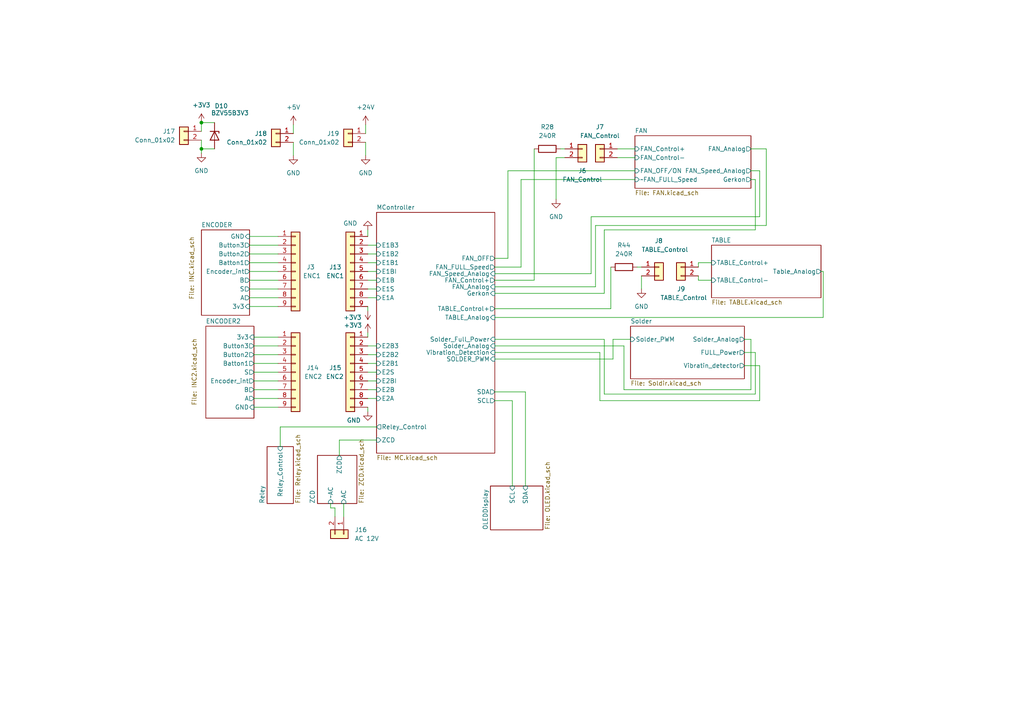
<source format=kicad_sch>
(kicad_sch (version 20231120) (generator "eeschema") (generator_version "8.0")
  (paper "A4")
  (title_block (title "Soldering Station") (date "2024-11-04") (company "BDS-SDCD"))
  (lib_symbols
    (symbol "Connector_Generic:Conn_01x02" (pin_names (offset 1.016) hide)
      (property "Reference" "J" (at 0 2.54 0))
      (property "Value" "Conn_01x02" (at 0 -5.08 0))
      (symbol "Conn_01x02_1_1"
        (rectangle (start -1.27 -2.413) (end 0 -2.667) (stroke (width 0.1524)))
        (rectangle (start -1.27 0.127) (end 0 -0.127) (stroke (width 0.1524)))
        (rectangle (start -1.27 1.27) (end 1.27 -3.81) (stroke (width 0.254)) (fill (type background)))
        (pin passive line (at -5.08 0 0) (length 3.81) (name "Pin_1") (number "1"))
        (pin passive line (at -5.08 -2.54 0) (length 3.81) (name "Pin_2") (number "2"))
      )
    )
    (symbol "Connector_Generic:Conn_01x09" (pin_names (offset 1.016) hide)
      (property "Reference" "J" (at 0 12.7 0))
      (property "Value" "Conn_01x09" (at 0 -12.7 0))
      (symbol "Conn_01x09_1_1"
        (rectangle (start -1.27 -10.033) (end 0 -10.287) (stroke (width 0.1524)))
        (rectangle (start -1.27 -7.493) (end 0 -7.747) (stroke (width 0.1524)))
        (rectangle (start -1.27 -4.953) (end 0 -5.207) (stroke (width 0.1524)))
        (rectangle (start -1.27 -2.413) (end 0 -2.667) (stroke (width 0.1524)))
        (rectangle (start -1.27 0.127) (end 0 -0.127) (stroke (width 0.1524)))
        (rectangle (start -1.27 2.667) (end 0 2.413) (stroke (width 0.1524)))
        (rectangle (start -1.27 5.207) (end 0 4.953) (stroke (width 0.1524)))
        (rectangle (start -1.27 7.747) (end 0 7.493) (stroke (width 0.1524)))
        (rectangle (start -1.27 10.287) (end 0 10.033) (stroke (width 0.1524)))
        (rectangle (start -1.27 11.43) (end 1.27 -11.43) (stroke (width 0.254)) (fill (type background)))
        (pin passive line (at -5.08 10.16 0) (length 3.81) (name "Pin_1") (number "1"))
        (pin passive line (at -5.08 7.62 0) (length 3.81) (name "Pin_2") (number "2"))
        (pin passive line (at -5.08 5.08 0) (length 3.81) (name "Pin_3") (number "3"))
        (pin passive line (at -5.08 2.54 0) (length 3.81) (name "Pin_4") (number "4"))
        (pin passive line (at -5.08 0 0) (length 3.81) (name "Pin_5") (number "5"))
        (pin passive line (at -5.08 -2.54 0) (length 3.81) (name "Pin_6") (number "6"))
        (pin passive line (at -5.08 -5.08 0) (length 3.81) (name "Pin_7") (number "7"))
        (pin passive line (at -5.08 -7.62 0) (length 3.81) (name "Pin_8") (number "8"))
        (pin passive line (at -5.08 -10.16 0) (length 3.81) (name "Pin_9") (number "9"))
      )
    )
    (symbol "Device:R" (pin_numbers hide) (pin_names (offset 0))
      (property "Reference" "R" (at 2.032 0 90))
      (property "Value" "R" (at 0 0 90))
      (symbol "R_0_1"
        (rectangle (start -1.016 -2.54) (end 1.016 2.54) (stroke (width 0.254)))
      )
      (symbol "R_1_1"
        (pin passive line (at 0 3.81 270) (length 1.27) (name "~") (number "1"))
        (pin passive line (at 0 -3.81 90) (length 1.27) (name "~") (number "2"))
      )
    )
    (symbol "Diode:BZV55B3V3" (pin_numbers hide) (pin_names hide)
      (property "Reference" "D" (at 0 2.54 0))
      (property "Value" "BZV55B3V3" (at 0 -2.54 0))
      (symbol "BZV55B3V3_0_1"
        (polyline (pts (xy 1.27 0) (xy -1.27 0)))
        (polyline (pts (xy -1.27 -1.27) (xy -1.27 1.27) (xy -0.762 1.27)) (stroke (width 0.254)))
        (polyline (pts (xy 1.27 -1.27) (xy 1.27 1.27) (xy -1.27 0) (xy 1.27 -1.27)) (stroke (width 0.254)))
      )
      (symbol "BZV55B3V3_1_1"
        (pin passive line (at -3.81 0 0) (length 2.54) (name "K") (number "1"))
        (pin passive line (at 3.81 0 180) (length 2.54) (name "A") (number "2"))
      )
    )
    (symbol "power:+24V" (power) (pin_names (offset 0))
      (property "Value" "+24V" (at 0 3.556 0))
      (symbol "+24V_0_1"
        (polyline (pts (xy -0.762 1.27) (xy 0 2.54)))
        (polyline (pts (xy 0 0) (xy 0 2.54)))
        (polyline (pts (xy 0 2.54) (xy 0.762 1.27)))
      )
      (symbol "+24V_1_1"
        (pin power_in line (at 0 0 90) (length 0) hide (name "+24V") (number "1"))
      )
    )
    (symbol "power:+3V3" (power) (pin_names (offset 0))
      (property "Value" "+3V3" (at 0 3.556 0))
      (symbol "+3V3_0_1"
        (polyline (pts (xy -0.762 1.27) (xy 0 2.54)))
        (polyline (pts (xy 0 0) (xy 0 2.54)))
        (polyline (pts (xy 0 2.54) (xy 0.762 1.27)))
      )
      (symbol "+3V3_1_1"
        (pin power_in line (at 0 0 90) (length 0) hide (name "+3V3") (number "1"))
      )
    )
    (symbol "power:+5V" (power) (pin_names (offset 0))
      (property "Value" "+5V" (at 0 3.556 0))
      (symbol "+5V_0_1"
        (polyline (pts (xy -0.762 1.27) (xy 0 2.54)))
        (polyline (pts (xy 0 0) (xy 0 2.54)))
        (polyline (pts (xy 0 2.54) (xy 0.762 1.27)))
      )
      (symbol "+5V_1_1"
        (pin power_in line (at 0 0 90) (length 0) hide (name "+5V") (number "1"))
      )
    )
    (symbol "power:GND" (power) (pin_names (offset 0))
      (property "Value" "GND" (at 0 -3.81 0))
      (symbol "GND_0_1"
        (polyline (pts (xy 0 0) (xy 0 -1.27) (xy 1.27 -1.27) (xy 0 -2.54) (xy -1.27 -1.27) (xy 0 -1.27)))
      )
      (symbol "GND_1_1"
        (pin power_in line (at 0 0 270) (length 0) hide (name "GND") (number "1"))
      )
    )
  )
  (junction (at 58.42 43.18))
  (junction (at 58.42 35.56))
  (wire (pts (xy 95.885 147.32) (xy 95.885 146.05)))
  (wire (pts (xy 171.45 79.375) (xy 143.51 79.375)))
  (wire (pts (xy 177.8 104.14) (xy 143.51 104.14)))
  (wire (pts (xy 106.045 41.275) (xy 106.045 45.085)))
  (wire (pts (xy 73.66 113.03) (xy 80.645 113.03)))
  (wire (pts (xy 222.25 65.405) (xy 172.72 65.405)))
  (wire (pts (xy 238.125 78.74) (xy 238.76 78.74)))
  (wire (pts (xy 73.66 102.87) (xy 80.645 102.87)))
  (wire (pts (xy 217.805 49.53) (xy 220.345 49.53)))
  (wire (pts (xy 202.565 76.2) (xy 202.565 77.47)))
  (wire (pts (xy 219.075 66.675) (xy 175.26 66.675)))
  (wire (pts (xy 106.68 83.82) (xy 109.22 83.82)))
  (wire (pts (xy 173.99 102.235) (xy 173.99 116.205)))
  (wire (pts (xy 106.68 78.74) (xy 109.22 78.74)))
  (wire (pts (xy 98.425 132.08) (xy 98.425 127.635)))
  (wire (pts (xy 217.805 98.425) (xy 217.805 113.03)))
  (wire (pts (xy 73.66 100.33) (xy 80.645 100.33)))
  (wire (pts (xy 220.345 106.045) (xy 215.9 106.045)))
  (wire (pts (xy 72.39 73.66) (xy 80.645 73.66)))
  (wire (pts (xy 106.68 115.57) (xy 109.22 115.57)))
  (wire (pts (xy 72.39 81.28) (xy 80.645 81.28)))
  (wire (pts (xy 58.42 35.56) (xy 62.23 35.56)))
  (wire (pts (xy 58.42 40.64) (xy 58.42 43.18)))
  (wire (pts (xy 106.68 96.52) (xy 106.68 97.79)))
  (wire (pts (xy 73.66 105.41) (xy 80.645 105.41)))
  (wire (pts (xy 175.26 98.425) (xy 175.26 114.3)))
  (wire (pts (xy 184.785 77.47) (xy 186.055 77.47)))
  (wire (pts (xy 73.66 110.49) (xy 80.645 110.49)))
  (wire (pts (xy 72.39 88.9) (xy 80.645 88.9)))
  (wire (pts (xy 217.805 113.03) (xy 180.975 113.03)))
  (wire (pts (xy 238.76 78.74) (xy 238.76 92.075)))
  (wire (pts (xy 220.345 62.865) (xy 171.45 62.865)))
  (wire (pts (xy 143.51 74.93) (xy 147.32 74.93)))
  (wire (pts (xy 151.13 52.07) (xy 151.13 77.47)))
  (wire (pts (xy 98.425 127.635) (xy 109.22 127.635)))
  (wire (pts (xy 106.68 73.66) (xy 109.22 73.66)))
  (wire (pts (xy 106.68 81.28) (xy 109.22 81.28)))
  (wire (pts (xy 180.975 100.33) (xy 143.51 100.33)))
  (wire (pts (xy 106.68 118.11) (xy 106.68 119.38)))
  (wire (pts (xy 220.345 49.53) (xy 220.345 62.865)))
  (wire (pts (xy 106.68 76.2) (xy 109.22 76.2)))
  (wire (pts (xy 58.42 43.18) (xy 62.23 43.18)))
  (wire (pts (xy 81.28 123.825) (xy 81.28 129.54)))
  (wire (pts (xy 186.055 80.01) (xy 186.055 83.82)))
  (wire (pts (xy 173.99 116.205) (xy 220.345 116.205)))
  (wire (pts (xy 72.39 68.58) (xy 80.645 68.58)))
  (wire (pts (xy 161.29 45.72) (xy 163.83 45.72)))
  (wire (pts (xy 106.68 71.12) (xy 109.22 71.12)))
  (wire (pts (xy 85.09 36.195) (xy 85.09 38.735)))
  (wire (pts (xy 161.29 45.72) (xy 161.29 57.785)))
  (wire (pts (xy 72.39 83.82) (xy 80.645 83.82)))
  (wire (pts (xy 106.68 107.95) (xy 109.22 107.95)))
  (wire (pts (xy 175.26 114.3) (xy 219.075 114.3)))
  (wire (pts (xy 58.42 43.18) (xy 58.42 44.45)))
  (wire (pts (xy 215.9 98.425) (xy 217.805 98.425)))
  (wire (pts (xy 72.39 76.2) (xy 80.645 76.2)))
  (wire (pts (xy 147.32 49.53) (xy 184.15 49.53)))
  (wire (pts (xy 206.375 76.2) (xy 202.565 76.2)))
  (wire (pts (xy 180.975 113.03) (xy 180.975 100.33)))
  (wire (pts (xy 172.72 65.405) (xy 172.72 83.185)))
  (wire (pts (xy 97.155 147.32) (xy 95.885 147.32)))
  (wire (pts (xy 106.68 100.33) (xy 109.22 100.33)))
  (wire (pts (xy 143.51 81.28) (xy 154.94 81.28)))
  (wire (pts (xy 106.68 86.36) (xy 109.22 86.36)))
  (wire (pts (xy 148.59 140.97) (xy 148.59 116.205)))
  (wire (pts (xy 175.26 66.675) (xy 175.26 85.09)))
  (wire (pts (xy 206.375 81.28) (xy 202.565 81.28)))
  (wire (pts (xy 72.39 86.36) (xy 80.645 86.36)))
  (wire (pts (xy 143.51 77.47) (xy 151.13 77.47)))
  (wire (pts (xy 175.26 85.09) (xy 143.51 85.09)))
  (wire (pts (xy 143.51 98.425) (xy 175.26 98.425)))
  (wire (pts (xy 73.66 115.57) (xy 80.645 115.57)))
  (wire (pts (xy 202.565 81.28) (xy 202.565 80.01)))
  (wire (pts (xy 106.68 66.675) (xy 106.68 68.58)))
  (wire (pts (xy 143.51 113.665) (xy 152.4 113.665)))
  (wire (pts (xy 106.68 110.49) (xy 109.22 110.49)))
  (wire (pts (xy 72.39 71.12) (xy 80.645 71.12)))
  (wire (pts (xy 220.345 116.205) (xy 220.345 106.045)))
  (wire (pts (xy 238.76 92.075) (xy 143.51 92.075)))
  (wire (pts (xy 151.13 52.07) (xy 184.15 52.07)))
  (wire (pts (xy 106.68 102.87) (xy 109.22 102.87)))
  (wire (pts (xy 154.94 43.18) (xy 154.94 81.28)))
  (wire (pts (xy 179.07 43.18) (xy 184.15 43.18)))
  (wire (pts (xy 99.695 146.05) (xy 99.695 149.86)))
  (wire (pts (xy 72.39 78.74) (xy 80.645 78.74)))
  (wire (pts (xy 177.165 89.535) (xy 143.51 89.535)))
  (wire (pts (xy 177.8 98.425) (xy 177.8 104.14)))
  (wire (pts (xy 217.805 52.07) (xy 219.075 52.07)))
  (wire (pts (xy 171.45 62.865) (xy 171.45 79.375)))
  (wire (pts (xy 143.51 102.235) (xy 173.99 102.235)))
  (wire (pts (xy 97.155 149.86) (xy 97.155 147.32)))
  (wire (pts (xy 106.045 36.195) (xy 106.045 38.735)))
  (wire (pts (xy 58.42 35.56) (xy 58.42 38.1)))
  (wire (pts (xy 73.66 107.95) (xy 80.645 107.95)))
  (wire (pts (xy 85.09 41.275) (xy 85.09 45.085)))
  (wire (pts (xy 219.075 114.3) (xy 219.075 102.235)))
  (wire (pts (xy 109.22 123.825) (xy 81.28 123.825)))
  (wire (pts (xy 106.68 113.03) (xy 109.22 113.03)))
  (wire (pts (xy 162.56 43.18) (xy 163.83 43.18)))
  (wire (pts (xy 152.4 113.665) (xy 152.4 140.97)))
  (wire (pts (xy 177.165 77.47) (xy 177.165 89.535)))
  (wire (pts (xy 148.59 116.205) (xy 143.51 116.205)))
  (wire (pts (xy 182.88 98.425) (xy 177.8 98.425)))
  (wire (pts (xy 147.32 74.93) (xy 147.32 49.53)))
  (wire (pts (xy 106.68 88.9) (xy 106.68 90.17)))
  (wire (pts (xy 106.68 105.41) (xy 109.22 105.41)))
  (wire (pts (xy 219.075 52.07) (xy 219.075 66.675)))
  (wire (pts (xy 172.72 83.185) (xy 143.51 83.185)))
  (wire (pts (xy 179.07 45.72) (xy 184.15 45.72)))
  (wire (pts (xy 217.805 43.18) (xy 222.25 43.18)))
  (wire (pts (xy 73.66 97.79) (xy 80.645 97.79)))
  (wire (pts (xy 73.66 118.11) (xy 80.645 118.11)))
  (wire (pts (xy 219.075 102.235) (xy 215.9 102.235)))
  (wire (pts (xy 222.25 43.18) (xy 222.25 65.405)))
  (symbol (lib_id "power:+3V3") (at 106.68 96.52 0) (unit 1)
    (property "Reference" "#PWR044" (effects (hide yes)))
    (property "Value" "+3V3" (at 102.362 94.361 0))
  )
  (symbol (lib_id "Connector_Generic:Conn_01x02") (at 168.91 43.18 0) (unit 1)
    (property "Reference" "J6" (at 168.91 49.53 0))
    (property "Value" "FAN_Control" (at 168.91 52.07 0))
    (property "Footprint" "Connector_PinHeader_2.54mm:PinHeader_1x02_P2.54mm_Vertical" (effects (hide yes)))
  )
  (symbol (lib_id "Connector_Generic:Conn_01x09") (at 85.725 107.95 0) (unit 1)
    (property "Reference" "J14" (at 88.9 106.68 0) (effects (justify left)))
    (property "Value" "ENC2" (at 88.265 109.22 0) (effects (justify left)))
    (property "Footprint" "Connector_PinSocket_2.54mm:PinSocket_1x09_P2.54mm_Vertical" (effects (hide yes)))
  )
  (symbol (lib_id "Connector_Generic:Conn_01x02") (at 173.99 43.18 0) (mirror y) (unit 1)
    (property "Reference" "J7" (at 173.99 36.83 0))
    (property "Value" "FAN_Control" (at 173.99 39.37 0))
    (property "Footprint" "Connector_PinSocket_2.54mm:PinSocket_1x02_P2.54mm_Vertical" (effects (hide yes)))
  )
  (symbol (lib_id "power:GND") (at 106.68 119.38 0) (unit 1)
    (property "Reference" "#PWR045" (effects (hide yes)))
    (property "Value" "GND" (at 102.616 121.92 0))
  )
  (symbol (lib_id "power:GND") (at 106.045 45.085 0) (unit 1)
    (property "Reference" "#PWR053" (effects (hide yes)))
    (property "Value" "GND" (at 106.045 50.165 0))
  )
  (symbol (lib_id "power:GND") (at 58.42 44.45 0) (unit 1)
    (property "Reference" "#PWR048" (effects (hide yes)))
    (property "Value" "GND" (at 58.42 49.53 0))
  )
  (symbol (lib_id "power:+24V") (at 106.045 36.195 0) (unit 1)
    (property "Reference" "#PWR052" (effects (hide yes)))
    (property "Value" "+24V" (at 106.045 31.115 0))
  )
  (symbol (lib_id "Connector_Generic:Conn_01x02") (at 191.135 77.47 0) (unit 1)
    (property "Reference" "J8" (at 189.865 69.85 0) (effects (justify left)))
    (property "Value" "TABLE_Control" (at 186.055 72.39 0) (effects (justify left)))
    (property "Footprint" "Connector_PinHeader_2.54mm:PinHeader_1x02_P2.54mm_Vertical" (effects (hide yes)))
  )
  (symbol (lib_id "power:+5V") (at 85.09 36.195 0) (unit 1)
    (property "Reference" "#PWR050" (effects (hide yes)))
    (property "Value" "+5V" (at 85.09 31.115 0))
  )
  (symbol (lib_id "power:GND") (at 161.29 57.785 0) (unit 1)
    (property "Reference" "#PWR067" (effects (hide yes)))
    (property "Value" "GND" (at 161.29 62.865 0))
  )
  (symbol (lib_id "Connector_Generic:Conn_01x09") (at 101.6 107.95 0) (mirror y) (unit 1)
    (property "Reference" "J15" (at 99.06 106.68 0) (effects (justify left)))
    (property "Value" "ENC2" (at 99.695 109.22 0) (effects (justify left)))
    (property "Footprint" "Connector_PinHeader_2.54mm:PinHeader_1x09_P2.54mm_Vertical" (effects (hide yes)))
  )
  (symbol (lib_id "Device:R") (at 158.75 43.18 90) (unit 1)
    (property "Reference" "R28" (at 158.75 36.83 90))
    (property "Value" "240R" (at 158.75 39.37 90))
    (property "Footprint" "Resistor_SMD:R_1206_3216Metric_Pad1.30x1.75mm_HandSolder" (effects (hide yes)))
  )
  (symbol (lib_id "power:GND") (at 186.055 83.82 0) (unit 1)
    (property "Reference" "#PWR065" (effects (hide yes)))
    (property "Value" "GND" (at 186.055 88.9 0))
  )
  (symbol (lib_id "Connector_Generic:Conn_01x02") (at 100.965 38.735 0) (mirror y) (unit 1)
    (property "Reference" "J19" (at 98.425 38.735 0) (effects (justify left)))
    (property "Value" "Conn_01x02" (at 98.425 41.275 0) (effects (justify left)))
    (property "Footprint" "Connector_Phoenix_GMSTB:PhoenixContact_GMSTBVA_2,5_2-G_1x02_P7.50mm_Vertical" (effects (hide yes)))
  )
  (symbol (lib_id "Connector_Generic:Conn_01x02") (at 53.34 38.1 0) (mirror y) (unit 1)
    (property "Reference" "J17" (at 50.8 38.1 0) (effects (justify left)))
    (property "Value" "Conn_01x02" (at 50.8 40.64 0) (effects (justify left)))
    (property "Footprint" "Connector_Phoenix_GMSTB:PhoenixContact_GMSTBVA_2,5_2-G_1x02_P7.50mm_Vertical" (effects (hide yes)))
  )
  (symbol (lib_id "Connector_Generic:Conn_01x02") (at 80.01 38.735 0) (mirror y) (unit 1)
    (property "Reference" "J18" (at 77.47 38.735 0) (effects (justify left)))
    (property "Value" "Conn_01x02" (at 77.47 41.275 0) (effects (justify left)))
    (property "Footprint" "Connector_Phoenix_GMSTB:PhoenixContact_GMSTBVA_2,5_2-G_1x02_P7.50mm_Vertical" (effects (hide yes)))
  )
  (symbol (lib_id "Diode:BZV55B3V3") (at 62.23 39.37 270) (unit 1)
    (property "Reference" "D10" (at 62.23 30.734 90) (effects (justify left)))
    (property "Value" "BZV55B3V3" (at 61.214 32.766 90) (effects (justify left)))
    (property "Footprint" "Diode_SMD:D_MiniMELF" (effects (hide yes)))
    (property "Datasheet" "https://assets.nexperia.com/documents/data-sheet/BZV55_SER.pdf" (effects (hide yes)))
  )
  (symbol (lib_id "power:+3V3") (at 58.42 35.56 0) (unit 1)
    (property "Reference" "#PWR049" (effects (hide yes)))
    (property "Value" "+3V3" (at 58.42 30.48 0))
  )
  (symbol (lib_id "Connector_Generic:Conn_01x09") (at 85.725 78.74 0) (unit 1)
    (property "Reference" "J3" (at 88.9 77.47 0) (effects (justify left)))
    (property "Value" "ENC1" (at 87.884 80.01 0) (effects (justify left)))
    (property "Footprint" "Connector_PinSocket_2.54mm:PinSocket_1x09_P2.54mm_Vertical" (effects (hide yes)))
  )
  (symbol (lib_id "Connector_Generic:Conn_01x02") (at 197.485 77.47 0) (mirror y) (unit 1)
    (property "Reference" "J9" (at 198.755 83.82 0) (effects (justify left)))
    (property "Value" "TABLE_Control" (at 205.105 86.36 0) (effects (justify left)))
    (property "Footprint" "Connector_PinSocket_2.54mm:PinSocket_1x02_P2.54mm_Vertical" (effects (hide yes)))
  )
  (symbol (lib_id "Connector_Generic:Conn_01x02") (at 99.695 154.94 270) (unit 1)
    (property "Reference" "J16" (at 102.87 153.6699 90) (effects (justify left)))
    (property "Value" "AC 12V" (at 102.87 156.2099 90) (effects (justify left)))
    (property "Footprint" "TerminalBlock_4Ucon:TerminalBlock_4Ucon_1x02_P3.50mm_Horizontal" (effects (hide yes)))
  )
  (symbol (lib_id "power:GND") (at 106.68 66.675 180) (unit 1)
    (property "Reference" "#PWR018" (effects (hide yes)))
    (property "Value" "GND" (at 101.6 64.77 0))
  )
  (symbol (lib_id "power:+3V3") (at 106.68 90.17 180) (unit 1)
    (property "Reference" "#PWR017" (effects (hide yes)))
    (property "Value" "+3V3" (at 102.235 92.075 0))
  )
  (symbol (lib_id "Device:R") (at 180.975 77.47 90) (unit 1)
    (property "Reference" "R44" (at 180.975 71.12 90))
    (property "Value" "240R" (at 180.975 73.66 90))
    (property "Footprint" "Resistor_SMD:R_1206_3216Metric_Pad1.30x1.75mm_HandSolder" (effects (hide yes)))
  )
  (symbol (lib_id "Connector_Generic:Conn_01x09") (at 101.6 78.74 0) (mirror y) (unit 1)
    (property "Reference" "J13" (at 99.06 77.47 0) (effects (justify left)))
    (property "Value" "ENC1" (at 99.822 80.01 0) (effects (justify left)))
    (property "Footprint" "Connector_PinHeader_2.54mm:PinHeader_1x09_P2.54mm_Vertical" (effects (hide yes)))
  )
  (symbol (lib_id "power:GND") (at 85.09 45.085 0) (unit 1)
    (property "Reference" "#PWR051" (effects (hide yes)))
    (property "Value" "GND" (at 85.09 50.165 0))
  )
  (sheet (at 182.88 94.615) (size 33.02 15.24) (stroke (width 0.1524))
    (property "Sheetname" "Solder" (at 182.88 93.9034 0) (effects (justify left bottom)))
    (property "Sheetfile" "Soldir.kicad_sch" (at 182.88 110.4396 0) (effects (justify left top)))
    (pin "Vibratin_detector" output (at 215.9 106.045 0))
    (pin "FULL_Power" output (at 215.9 102.235 0))
    (pin "Solder_PWM" input (at 182.88 98.425 180))
    (pin "Solder_Analog" output (at 215.9 98.425 0))
  )
  (sheet (at 142.24 140.97) (size 15.24 12.7) (stroke (width 0.1524))
    (property "Sheetname" "OLEDDisplay" (at 141.5284 153.67 90) (effects (justify left bottom)))
    (property "Sheetfile" "OLED.kicad_sch" (at 158.0646 153.67 90) (effects (justify left top)))
    (pin "SDA" input (at 152.4 140.97 90))
    (pin "SCL" input (at 148.59 140.97 90))
  )
  (sheet (at 206.375 71.12) (size 31.75 15.24) (stroke (width 0.1524))
    (property "Sheetname" "TABLE" (at 206.375 70.4084 0) (effects (justify left bottom)))
    (property "Sheetfile" "TABLE.kicad_sch" (at 206.375 86.9446 0) (effects (justify left top)))
    (pin "Table_Analog" output (at 238.125 78.74 0))
    (pin "TABLE_Control+" input (at 206.375 76.2 180))
    (pin "TABLE_Control-" input (at 206.375 81.28 180))
  )
  (sheet (at 58.42 66.675) (size 13.97 24.765) (stroke (width 0.1524))
    (property "Sheetname" "ENCODER" (at 58.42 65.9634 0) (effects (justify left bottom)))
    (property "Sheetfile" "INC.kicad_sch" (at 54.864 86.868 90) (effects (justify left top)))
    (pin "S" output (at 72.39 83.82 0))
    (pin "B" output (at 72.39 81.28 0))
    (pin "A" output (at 72.39 86.36 0))
    (pin "Button2" output (at 72.39 73.66 0))
    (pin "Batton1" output (at 72.39 76.2 0))
    (pin "Encoder_int" output (at 72.39 78.74 0))
    (pin "Button3" output (at 72.39 71.12 0))
    (pin "3v3" input (at 72.39 88.9 0))
    (pin "GND" input (at 72.39 68.58 0))
  )
  (sheet (at 59.69 94.615) (size 13.97 26.67) (stroke (width 0.1524))
    (property "Sheetname" "ENCODER2" (at 59.69 93.9034 0) (effects (justify left bottom)))
    (property "Sheetfile" "INC2.kicad_sch" (at 55.626 117.602 90) (effects (justify left top)))
    (pin "Batton1" output (at 73.66 105.41 0))
    (pin "Button2" output (at 73.66 102.87 0))
    (pin "A" output (at 73.66 115.57 0))
    (pin "B" output (at 73.66 113.03 0))
    (pin "S" output (at 73.66 107.95 0))
    (pin "Encoder_int" output (at 73.66 110.49 0))
    (pin "Button3" output (at 73.66 100.33 0))
    (pin "GND" input (at 73.66 118.11 0))
    (pin "3v3" input (at 73.66 97.79 0))
  )
  (sheet (at 184.15 39.37) (size 33.655 15.24) (stroke (width 0.1524))
    (property "Sheetname" "FAN" (at 184.15 38.6584 0) (effects (justify left bottom)))
    (property "Sheetfile" "FAN.kicad_sch" (at 184.15 55.1946 0) (effects (justify left top)))
    (pin "FAN_Analog" output (at 217.805 43.18 0))
    (pin "FAN_Speed_Analog" output (at 217.805 49.53 0))
    (pin "FAN_Control+" input (at 184.15 43.18 180))
    (pin "FAN_Control-" input (at 184.15 45.72 180))
    (pin "Gerkon" output (at 217.805 52.07 0))
    (pin "~FAN_FULL_Speed" input (at 184.15 52.07 180))
    (pin "FAN_OFF{slash}ON" input (at 184.15 49.53 180))
  )
  (sheet (at 109.22 61.595) (size 34.29 69.85) (stroke (width 0.1524))
    (property "Sheetname" "MController" (at 109.22 60.8834 0) (effects (justify left bottom)))
    (property "Sheetfile" "MC.kicad_sch" (at 109.22 132.0296 0) (effects (justify left top)))
    (pin "FAN_Speed_Analog" input (at 143.51 79.375 0))
    (pin "TABLE_Control+" output (at 143.51 89.535 0))
    (pin "FAN_Control+" output (at 143.51 81.28 0))
    (pin "E1B" input (at 109.22 81.28 180))
    (pin "FAN_Analog" input (at 143.51 83.185 0))
    (pin "E1A" input (at 109.22 86.36 180))
    (pin "E2BI" input (at 109.22 110.49 180))
    (pin "FAN_FULL_Speed" output (at 143.51 77.47 0))
    (pin "E1BI" input (at 109.22 78.74 180))
    (pin "E2B3" input (at 109.22 100.33 180))
    (pin "E2B2" input (at 109.22 102.87 180))
    (pin "E2B1" input (at 109.22 105.41 180))
    (pin "Solder_Analog" input (at 143.51 100.33 0))
    (pin "TABLE_Analog" input (at 143.51 92.075 0))
    (pin "SCL" output (at 143.51 116.205 0))
    (pin "SDA" output (at 143.51 113.665 0))
    (pin "E2A" input (at 109.22 115.57 180))
    (pin "Vibration_Detection" input (at 143.51 102.235 0))
    (pin "Solder_Full_Power" input (at 143.51 98.425 0))
    (pin "E1B2" input (at 109.22 73.66 180))
    (pin "E2B" input (at 109.22 113.03 180))
    (pin "Gerkon" input (at 143.51 85.09 0))
    (pin "E1S" input (at 109.22 83.82 180))
    (pin "E2S" input (at 109.22 107.95 180))
    (pin "ZCD" input (at 109.22 127.635 180))
    (pin "E1B3" input (at 109.22 71.12 180))
    (pin "E1B1" input (at 109.22 76.2 180))
    (pin "Reley_Control" output (at 109.22 123.825 180))
    (pin "SOLDER_PWM" input (at 143.51 104.14 0))
    (pin "FAN_OFF" output (at 143.51 74.93 0))
  )
  (sheet (at 77.47 129.54) (size 7.62 16.51) (stroke (width 0.1524))
    (property "Sheetname" "Reley" (at 76.7584 146.05 90) (effects (justify left bottom)))
    (property "Sheetfile" "Reley.kicad_sch" (at 85.6746 146.05 90) (effects (justify left top)))
    (pin "Reley_Control" input (at 81.28 129.54 90))
  )
  (sheet (at 92.075 132.08) (size 11.43 13.97) (stroke (width 0.1524))
    (property "Sheetname" "ZCD" (at 91.3634 146.05 90) (effects (justify left bottom)))
    (property "Sheetfile" "ZCD.kicad_sch" (at 104.0896 146.05 90) (effects (justify left top)))
    (pin "ZCD" output (at 98.425 132.08 90))
    (pin "~AC" input (at 95.885 146.05 270))
    (pin "AC " input (at 99.695 146.05 270))
  )
)
</source>
